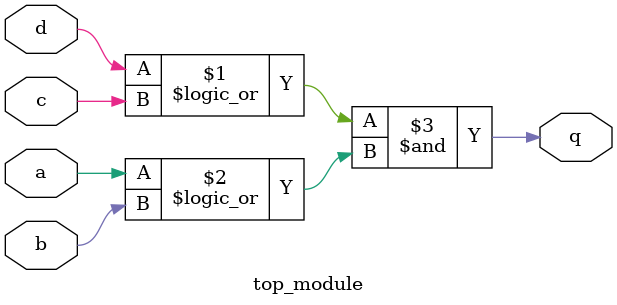
<source format=v>
module top_module (
    input a,
    input b,
    input c,
    input d,
    output q );//

    assign q = 	(d || c) & (a || b); // Fix me

endmodule

</source>
